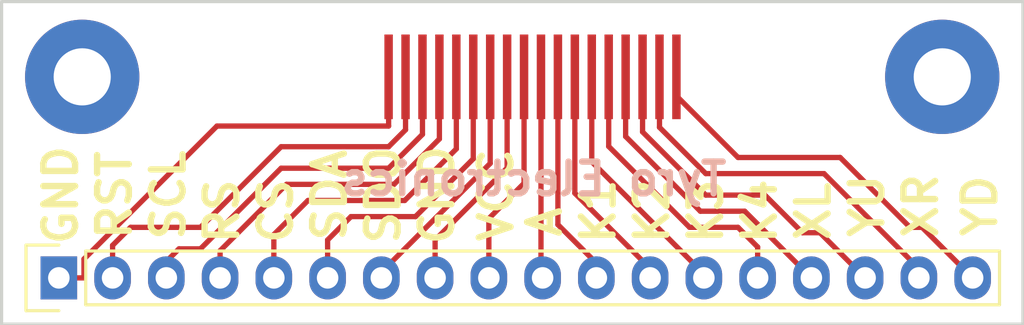
<source format=kicad_pcb>
(kicad_pcb (version 20171130) (host pcbnew "(5.1.12)-1")

  (general
    (thickness 1.6)
    (drawings 23)
    (tracks 80)
    (zones 0)
    (modules 4)
    (nets 19)
  )

  (page A4)
  (layers
    (0 F.Cu signal)
    (31 B.Cu signal)
    (32 B.Adhes user hide)
    (33 F.Adhes user)
    (34 B.Paste user)
    (35 F.Paste user hide)
    (36 B.SilkS user)
    (37 F.SilkS user)
    (38 B.Mask user)
    (39 F.Mask user)
    (40 Dwgs.User user)
    (41 Cmts.User user)
    (42 Eco1.User user)
    (43 Eco2.User user)
    (44 Edge.Cuts user)
    (45 Margin user)
    (46 B.CrtYd user)
    (47 F.CrtYd user)
    (48 B.Fab user)
    (49 F.Fab user)
  )

  (setup
    (last_trace_width 0.25)
    (trace_clearance 0.2)
    (zone_clearance 0.508)
    (zone_45_only no)
    (trace_min 0.2)
    (via_size 0.6)
    (via_drill 0.4)
    (via_min_size 0.4)
    (via_min_drill 0.3)
    (uvia_size 0.3)
    (uvia_drill 0.1)
    (uvias_allowed no)
    (uvia_min_size 0.2)
    (uvia_min_drill 0.1)
    (edge_width 0.15)
    (segment_width 0.2)
    (pcb_text_width 0.3)
    (pcb_text_size 1.5 1.5)
    (mod_edge_width 0.15)
    (mod_text_size 1 1)
    (mod_text_width 0.15)
    (pad_size 1.524 1.524)
    (pad_drill 0.762)
    (pad_to_mask_clearance 0.1)
    (aux_axis_origin 0 0)
    (visible_elements 7FFFFFFF)
    (pcbplotparams
      (layerselection 0x010f0_80000001)
      (usegerberextensions false)
      (usegerberattributes true)
      (usegerberadvancedattributes true)
      (creategerberjobfile true)
      (excludeedgelayer true)
      (linewidth 0.100000)
      (plotframeref false)
      (viasonmask false)
      (mode 1)
      (useauxorigin false)
      (hpglpennumber 1)
      (hpglpenspeed 20)
      (hpglpendiameter 15.000000)
      (psnegative false)
      (psa4output false)
      (plotreference true)
      (plotvalue true)
      (plotinvisibletext false)
      (padsonsilk false)
      (subtractmaskfromsilk false)
      (outputformat 1)
      (mirror false)
      (drillshape 0)
      (scaleselection 1)
      (outputdirectory "gerbers/"))
  )

  (net 0 "")
  (net 1 "Net-(P1-Pad1)")
  (net 2 "Net-(P1-Pad2)")
  (net 3 "Net-(P1-Pad3)")
  (net 4 "Net-(P1-Pad4)")
  (net 5 "Net-(P1-Pad5)")
  (net 6 "Net-(P1-Pad6)")
  (net 7 "Net-(P1-Pad7)")
  (net 8 "Net-(P1-Pad8)")
  (net 9 "Net-(P1-Pad9)")
  (net 10 "Net-(P1-Pad10)")
  (net 11 "Net-(P1-Pad11)")
  (net 12 "Net-(P1-Pad12)")
  (net 13 "Net-(P1-Pad13)")
  (net 14 "Net-(P1-Pad14)")
  (net 15 "Net-(P1-Pad15)")
  (net 16 "Net-(P1-Pad16)")
  (net 17 "Net-(P1-Pad17)")
  (net 18 "Net-(P1-Pad18)")

  (net_class Default "This is the default net class."
    (clearance 0.2)
    (trace_width 0.25)
    (via_dia 0.6)
    (via_drill 0.4)
    (uvia_dia 0.3)
    (uvia_drill 0.1)
    (add_net "Net-(P1-Pad1)")
    (add_net "Net-(P1-Pad10)")
    (add_net "Net-(P1-Pad11)")
    (add_net "Net-(P1-Pad12)")
    (add_net "Net-(P1-Pad13)")
    (add_net "Net-(P1-Pad14)")
    (add_net "Net-(P1-Pad15)")
    (add_net "Net-(P1-Pad16)")
    (add_net "Net-(P1-Pad17)")
    (add_net "Net-(P1-Pad18)")
    (add_net "Net-(P1-Pad2)")
    (add_net "Net-(P1-Pad3)")
    (add_net "Net-(P1-Pad4)")
    (add_net "Net-(P1-Pad5)")
    (add_net "Net-(P1-Pad6)")
    (add_net "Net-(P1-Pad7)")
    (add_net "Net-(P1-Pad8)")
    (add_net "Net-(P1-Pad9)")
  )

  (module Socket_Strips:Socket_Strip_Straight_1x18 (layer F.Cu) (tedit 58503421) (tstamp 585033DC)
    (at 148.501 105.004)
    (descr "Through hole socket strip")
    (tags "socket strip")
    (path /5850209C)
    (fp_text reference P1 (at 0 -5.1) (layer F.SilkS) hide
      (effects (font (size 1 1) (thickness 0.15)))
    )
    (fp_text value CONN_01X18 (at 0 -3.1) (layer F.Fab) hide
      (effects (font (size 1 1) (thickness 0.15)))
    )
    (fp_line (start -1.55 -1.55) (end -1.55 1.55) (layer F.SilkS) (width 0.15))
    (fp_line (start 0 -1.55) (end -1.55 -1.55) (layer F.SilkS) (width 0.15))
    (fp_line (start 1.27 1.27) (end 1.27 -1.27) (layer F.SilkS) (width 0.15))
    (fp_line (start -1.55 1.55) (end 0 1.55) (layer F.SilkS) (width 0.15))
    (fp_line (start 44.45 -1.27) (end 1.27 -1.27) (layer F.SilkS) (width 0.15))
    (fp_line (start 44.45 1.27) (end 44.45 -1.27) (layer F.SilkS) (width 0.15))
    (fp_line (start 1.27 1.27) (end 44.45 1.27) (layer F.SilkS) (width 0.15))
    (fp_line (start -1.75 1.75) (end 44.95 1.75) (layer F.CrtYd) (width 0.05))
    (fp_line (start -1.75 -1.75) (end 44.95 -1.75) (layer F.CrtYd) (width 0.05))
    (fp_line (start 44.95 -1.75) (end 44.95 1.75) (layer F.CrtYd) (width 0.05))
    (fp_line (start -1.75 -1.75) (end -1.75 1.75) (layer F.CrtYd) (width 0.05))
    (pad 1 thru_hole rect (at 0 0) (size 1.7272 2.032) (drill 1.016) (layers *.Cu *.Mask)
      (net 1 "Net-(P1-Pad1)"))
    (pad 2 thru_hole oval (at 2.54 0) (size 1.7272 2.032) (drill 1.016) (layers *.Cu *.Mask)
      (net 2 "Net-(P1-Pad2)"))
    (pad 3 thru_hole oval (at 5.08 0) (size 1.7272 2.032) (drill 1.016) (layers *.Cu *.Mask)
      (net 3 "Net-(P1-Pad3)"))
    (pad 4 thru_hole oval (at 7.62 0) (size 1.7272 2.032) (drill 1.016) (layers *.Cu *.Mask)
      (net 4 "Net-(P1-Pad4)"))
    (pad 5 thru_hole oval (at 10.16 0) (size 1.7272 2.032) (drill 1.016) (layers *.Cu *.Mask)
      (net 5 "Net-(P1-Pad5)"))
    (pad 6 thru_hole oval (at 12.7 0) (size 1.7272 2.032) (drill 1.016) (layers *.Cu *.Mask)
      (net 6 "Net-(P1-Pad6)"))
    (pad 7 thru_hole oval (at 15.24 0) (size 1.7272 2.032) (drill 1.016) (layers *.Cu *.Mask)
      (net 7 "Net-(P1-Pad7)"))
    (pad 8 thru_hole oval (at 17.78 0) (size 1.7272 2.032) (drill 1.016) (layers *.Cu *.Mask)
      (net 8 "Net-(P1-Pad8)"))
    (pad 9 thru_hole oval (at 20.32 0) (size 1.7272 2.032) (drill 1.016) (layers *.Cu *.Mask)
      (net 9 "Net-(P1-Pad9)"))
    (pad 10 thru_hole oval (at 22.86 0) (size 1.7272 2.032) (drill 1.016) (layers *.Cu *.Mask)
      (net 10 "Net-(P1-Pad10)"))
    (pad 11 thru_hole oval (at 25.4 0) (size 1.7272 2.032) (drill 1.016) (layers *.Cu *.Mask)
      (net 11 "Net-(P1-Pad11)"))
    (pad 12 thru_hole oval (at 27.94 0) (size 1.7272 2.032) (drill 1.016) (layers *.Cu *.Mask)
      (net 12 "Net-(P1-Pad12)"))
    (pad 13 thru_hole oval (at 30.48 0) (size 1.7272 2.032) (drill 1.016) (layers *.Cu *.Mask)
      (net 13 "Net-(P1-Pad13)"))
    (pad 14 thru_hole oval (at 33.02 0) (size 1.7272 2.032) (drill 1.016) (layers *.Cu *.Mask)
      (net 14 "Net-(P1-Pad14)"))
    (pad 15 thru_hole oval (at 35.56 0) (size 1.7272 2.032) (drill 1.016) (layers *.Cu *.Mask)
      (net 15 "Net-(P1-Pad15)"))
    (pad 16 thru_hole oval (at 38.1 0) (size 1.7272 2.032) (drill 1.016) (layers *.Cu *.Mask)
      (net 16 "Net-(P1-Pad16)"))
    (pad 17 thru_hole oval (at 40.64 0) (size 1.7272 2.032) (drill 1.016) (layers *.Cu *.Mask)
      (net 17 "Net-(P1-Pad17)"))
    (pad 18 thru_hole oval (at 43.18 0) (size 1.7272 2.032) (drill 1.016) (layers *.Cu *.Mask)
      (net 18 "Net-(P1-Pad18)"))
    (model Socket_Strips.3dshapes/Socket_Strip_Straight_1x18.wrl
      (offset (xyz 21.58999967575073 0 0))
      (scale (xyz 1 1 1))
      (rotate (xyz 0 0 180))
    )
  )

  (module components:18p-ili9341 (layer F.Cu) (tedit 5850342A) (tstamp 585033F2)
    (at 164.084 95.504)
    (path /585025AA)
    (fp_text reference U1 (at 7.75 3.25) (layer F.SilkS) hide
      (effects (font (size 1 1) (thickness 0.15)))
    )
    (fp_text value ili9341-18p (at 7.25 -3.75) (layer F.Fab) hide
      (effects (font (size 1 1) (thickness 0.15)))
    )
    (pad 1 smd rect (at 0 0) (size 0.4 4) (layers F.Cu F.Paste F.Mask)
      (net 1 "Net-(P1-Pad1)"))
    (pad 2 smd rect (at 0.8 0) (size 0.4 4) (layers F.Cu F.Paste F.Mask)
      (net 2 "Net-(P1-Pad2)"))
    (pad 3 smd rect (at 1.6 0) (size 0.4 4) (layers F.Cu F.Paste F.Mask)
      (net 3 "Net-(P1-Pad3)"))
    (pad 4 smd rect (at 2.4 0) (size 0.4 4) (layers F.Cu F.Paste F.Mask)
      (net 4 "Net-(P1-Pad4)"))
    (pad 5 smd rect (at 3.2 0) (size 0.4 4) (layers F.Cu F.Paste F.Mask)
      (net 5 "Net-(P1-Pad5)"))
    (pad 6 smd rect (at 4 0) (size 0.4 4) (layers F.Cu F.Paste F.Mask)
      (net 6 "Net-(P1-Pad6)"))
    (pad 7 smd rect (at 4.8 0) (size 0.4 4) (layers F.Cu F.Paste F.Mask)
      (net 7 "Net-(P1-Pad7)"))
    (pad 8 smd rect (at 5.6 0) (size 0.4 4) (layers F.Cu F.Paste F.Mask)
      (net 8 "Net-(P1-Pad8)"))
    (pad 9 smd rect (at 6.4 0) (size 0.4 4) (layers F.Cu F.Paste F.Mask)
      (net 9 "Net-(P1-Pad9)"))
    (pad 10 smd rect (at 7.2 0) (size 0.4 4) (layers F.Cu F.Paste F.Mask)
      (net 10 "Net-(P1-Pad10)"))
    (pad 11 smd rect (at 8 0) (size 0.4 4) (layers F.Cu F.Paste F.Mask)
      (net 11 "Net-(P1-Pad11)"))
    (pad 12 smd rect (at 8.8 0) (size 0.4 4) (layers F.Cu F.Paste F.Mask)
      (net 12 "Net-(P1-Pad12)"))
    (pad 13 smd rect (at 9.6 0) (size 0.4 4) (layers F.Cu F.Paste F.Mask)
      (net 13 "Net-(P1-Pad13)"))
    (pad 14 smd rect (at 10.4 0) (size 0.4 4) (layers F.Cu F.Paste F.Mask)
      (net 14 "Net-(P1-Pad14)"))
    (pad 15 smd rect (at 11.2 0) (size 0.4 4) (layers F.Cu F.Paste F.Mask)
      (net 15 "Net-(P1-Pad15)"))
    (pad 16 smd rect (at 12 0) (size 0.4 4) (layers F.Cu F.Paste F.Mask)
      (net 16 "Net-(P1-Pad16)"))
    (pad 17 smd rect (at 12.8 0) (size 0.4 4) (layers F.Cu F.Paste F.Mask)
      (net 17 "Net-(P1-Pad17)"))
    (pad 18 smd rect (at 13.6 0) (size 0.4 4) (layers F.Cu F.Paste F.Mask)
      (net 18 "Net-(P1-Pad18)"))
  )

  (module Mounting_Holes:MountingHole_2.7mm_M2.5_Pad (layer F.Cu) (tedit 58503A80) (tstamp 58503A19)
    (at 149.606 95.504)
    (descr "Mounting Hole 2.7mm, M2.5")
    (tags "mounting hole 2.7mm m2.5")
    (fp_text reference REF**_2 (at 0 -3.7) (layer F.SilkS) hide
      (effects (font (size 1 1) (thickness 0.15)))
    )
    (fp_text value MountingHole_2.7mm_M2.5_Pad (at 0 3.7) (layer F.Fab) hide
      (effects (font (size 1 1) (thickness 0.15)))
    )
    (fp_circle (center 0 0) (end 2.95 0) (layer F.CrtYd) (width 0.05))
    (fp_circle (center 0 0) (end 2.7 0) (layer Cmts.User) (width 0.15))
    (pad 1 thru_hole circle (at 0 0) (size 5.4 5.4) (drill 2.7) (layers *.Cu *.Mask))
  )

  (module Mounting_Holes:MountingHole_2.7mm_M2.5_Pad (layer F.Cu) (tedit 58503A8C) (tstamp 58503A2E)
    (at 190.246 95.504)
    (descr "Mounting Hole 2.7mm, M2.5")
    (tags "mounting hole 2.7mm m2.5")
    (fp_text reference REF** (at 0 -3.7) (layer F.SilkS) hide
      (effects (font (size 1 1) (thickness 0.15)))
    )
    (fp_text value MountingHole_2.7mm_M2.5_Pad (at 0 3.7) (layer F.Fab) hide
      (effects (font (size 1 1) (thickness 0.15)))
    )
    (fp_circle (center 0 0) (end 2.95 0) (layer F.CrtYd) (width 0.05))
    (fp_circle (center 0 0) (end 2.7 0) (layer Cmts.User) (width 0.15))
    (pad 1 thru_hole circle (at 0 0) (size 5.4 5.4) (drill 2.7) (layers *.Cu *.Mask))
  )

  (gr_text "Tyro Electronics" (at 170.942 100.33) (layer B.SilkS)
    (effects (font (size 1.5 1.5) (thickness 0.3)) (justify mirror))
  )
  (gr_text YD (at 192.024 101.6 90) (layer F.SilkS)
    (effects (font (size 1.5 1.5) (thickness 0.3)))
  )
  (gr_text "XR\n" (at 189.23 101.6 90) (layer F.SilkS)
    (effects (font (size 1.5 1.5) (thickness 0.3)))
  )
  (gr_text YU (at 186.69 101.6 90) (layer F.SilkS)
    (effects (font (size 1.5 1.5) (thickness 0.3)))
  )
  (gr_text XL (at 184.15 101.854 90) (layer F.SilkS)
    (effects (font (size 1.5 1.5) (thickness 0.3)))
  )
  (gr_text "K4\n" (at 181.61 101.854 90) (layer F.SilkS)
    (effects (font (size 1.5 1.5) (thickness 0.3)))
  )
  (gr_text K3 (at 179.07 101.854 90) (layer F.SilkS)
    (effects (font (size 1.5 1.5) (thickness 0.3)))
  )
  (gr_text "K2\n" (at 176.53 101.854 90) (layer F.SilkS)
    (effects (font (size 1.5 1.5) (thickness 0.3)))
  )
  (gr_text K1 (at 173.99 101.854 90) (layer F.SilkS)
    (effects (font (size 1.5 1.5) (thickness 0.3)))
  )
  (gr_text A (at 171.45 102.362 90) (layer F.SilkS)
    (effects (font (size 1.5 1.5) (thickness 0.3)))
  )
  (gr_text VCC (at 169.164 101.092 90) (layer F.SilkS)
    (effects (font (size 1.5 1.5) (thickness 0.3)))
  )
  (gr_text "GND\n" (at 166.37 101.092 90) (layer F.SilkS)
    (effects (font (size 1.5 1.5) (thickness 0.3)))
  )
  (gr_text "SDO\n" (at 163.83 101.092 90) (layer F.SilkS)
    (effects (font (size 1.5 1.5) (thickness 0.3)))
  )
  (gr_text SDA (at 161.29 101.092 90) (layer F.SilkS)
    (effects (font (size 1.5 1.5) (thickness 0.3)))
  )
  (gr_text CS (at 158.75 101.854 90) (layer F.SilkS)
    (effects (font (size 1.5 1.5) (thickness 0.3)))
  )
  (gr_text RS (at 156.21 101.854 90) (layer F.SilkS)
    (effects (font (size 1.5 1.5) (thickness 0.3)))
  )
  (gr_text SCL (at 153.67 101.092 90) (layer F.SilkS)
    (effects (font (size 1.5 1.5) (thickness 0.3)))
  )
  (gr_text RST (at 151.13 101.092 90) (layer F.SilkS)
    (effects (font (size 1.5 1.5) (thickness 0.3)))
  )
  (gr_text GND (at 148.59 101.092 90) (layer F.SilkS)
    (effects (font (size 1.5 1.5) (thickness 0.3)))
  )
  (gr_line (start 145.796 107.188) (end 194.056 107.188) (angle 90) (layer Edge.Cuts) (width 0.15))
  (gr_line (start 145.796 91.948) (end 145.796 107.188) (angle 90) (layer Edge.Cuts) (width 0.15))
  (gr_line (start 194.056 91.948) (end 145.796 91.948) (angle 90) (layer Edge.Cuts) (width 0.15))
  (gr_line (start 194.056 107.188) (end 194.056 91.948) (angle 90) (layer Edge.Cuts) (width 0.15))

  (segment (start 148.501 105.004) (end 149.6897 105.004) (width 0.25) (layer F.Cu) (net 1))
  (segment (start 164.084 95.504) (end 164.084 97.8291) (width 0.25) (layer F.Cu) (net 1))
  (segment (start 164.084 97.8291) (end 155.9731 97.8291) (width 0.25) (layer F.Cu) (net 1))
  (segment (start 155.9731 97.8291) (end 149.6897 104.1125) (width 0.25) (layer F.Cu) (net 1))
  (segment (start 149.6897 104.1125) (end 149.6897 105.004) (width 0.25) (layer F.Cu) (net 1))
  (segment (start 164.884 95.504) (end 164.884 98.006) (width 0.25) (layer F.Cu) (net 2))
  (segment (start 164.884 98.006) (end 164.084 98.806) (width 0.25) (layer F.Cu) (net 2))
  (segment (start 164.084 98.806) (end 159.004 98.806) (width 0.25) (layer F.Cu) (net 2))
  (segment (start 159.004 98.806) (end 155.194 102.616) (width 0.25) (layer F.Cu) (net 2))
  (segment (start 155.194 102.616) (end 151.892 102.616) (width 0.25) (layer F.Cu) (net 2))
  (segment (start 151.892 102.616) (end 151.041 103.467) (width 0.25) (layer F.Cu) (net 2))
  (segment (start 151.041 103.467) (end 151.041 105.004) (width 0.25) (layer F.Cu) (net 2))
  (segment (start 165.684 95.504) (end 165.684 98.222) (width 0.25) (layer F.Cu) (net 3))
  (segment (start 165.684 98.222) (end 164.084 99.822) (width 0.25) (layer F.Cu) (net 3))
  (segment (start 164.084 99.822) (end 159.004 99.822) (width 0.25) (layer F.Cu) (net 3))
  (segment (start 159.004 99.822) (end 155.194 103.632) (width 0.25) (layer F.Cu) (net 3))
  (segment (start 155.194 103.632) (end 154.178 103.632) (width 0.25) (layer F.Cu) (net 3))
  (segment (start 154.178 103.632) (end 153.581 104.229) (width 0.25) (layer F.Cu) (net 3))
  (segment (start 153.581 104.229) (end 153.581 105.004) (width 0.25) (layer F.Cu) (net 3))
  (segment (start 166.484 95.504) (end 166.484 98.438) (width 0.25) (layer F.Cu) (net 4))
  (segment (start 166.484 98.438) (end 164.338 100.584) (width 0.25) (layer F.Cu) (net 4))
  (segment (start 164.338 100.584) (end 159.258 100.584) (width 0.25) (layer F.Cu) (net 4))
  (segment (start 159.258 100.584) (end 156.121 103.721) (width 0.25) (layer F.Cu) (net 4))
  (segment (start 156.121 103.721) (end 156.121 105.004) (width 0.25) (layer F.Cu) (net 4))
  (segment (start 167.284 95.504) (end 167.284 98.908) (width 0.25) (layer F.Cu) (net 5))
  (segment (start 167.284 98.908) (end 164.846 101.346) (width 0.25) (layer F.Cu) (net 5))
  (segment (start 164.846 101.346) (end 160.274 101.346) (width 0.25) (layer F.Cu) (net 5))
  (segment (start 160.274 101.346) (end 158.661 102.959) (width 0.25) (layer F.Cu) (net 5))
  (segment (start 158.661 102.959) (end 158.661 105.004) (width 0.25) (layer F.Cu) (net 5))
  (segment (start 168.084 95.504) (end 168.084 99.378) (width 0.25) (layer F.Cu) (net 6))
  (segment (start 168.084 99.378) (end 165.354 102.108) (width 0.25) (layer F.Cu) (net 6))
  (segment (start 165.354 102.108) (end 162.306 102.108) (width 0.25) (layer F.Cu) (net 6))
  (segment (start 162.306 102.108) (end 161.201 103.213) (width 0.25) (layer F.Cu) (net 6))
  (segment (start 161.201 103.213) (end 161.201 105.004) (width 0.25) (layer F.Cu) (net 6))
  (segment (start 168.884 95.504) (end 168.884 99.594) (width 0.25) (layer F.Cu) (net 7))
  (segment (start 168.884 99.594) (end 163.741 104.737) (width 0.25) (layer F.Cu) (net 7))
  (segment (start 163.741 104.737) (end 163.741 105.004) (width 0.25) (layer F.Cu) (net 7))
  (segment (start 169.684 95.504) (end 169.684 99.81) (width 0.25) (layer F.Cu) (net 8))
  (segment (start 169.684 99.81) (end 166.281 103.213) (width 0.25) (layer F.Cu) (net 8))
  (segment (start 166.281 103.213) (end 166.281 105.004) (width 0.25) (layer F.Cu) (net 8))
  (segment (start 170.484 95.504) (end 170.484 100.534) (width 0.25) (layer F.Cu) (net 9))
  (segment (start 170.484 100.534) (end 168.821 102.197) (width 0.25) (layer F.Cu) (net 9))
  (segment (start 168.821 102.197) (end 168.821 105.004) (width 0.25) (layer F.Cu) (net 9))
  (segment (start 171.284 95.504) (end 171.284 104.926) (width 0.25) (layer F.Cu) (net 10))
  (segment (start 171.284 104.926) (end 171.361 105.004) (width 0.25) (layer F.Cu) (net 10))
  (segment (start 172.084 95.504) (end 172.084 102.488) (width 0.25) (layer F.Cu) (net 11))
  (segment (start 172.084 102.488) (end 173.901 104.305) (width 0.25) (layer F.Cu) (net 11))
  (segment (start 173.901 104.305) (end 173.901 105.004) (width 0.25) (layer F.Cu) (net 11))
  (segment (start 172.884 95.504) (end 172.884 101.002) (width 0.25) (layer F.Cu) (net 12))
  (segment (start 172.884 101.002) (end 176.441 104.559) (width 0.25) (layer F.Cu) (net 12))
  (segment (start 176.441 104.559) (end 176.441 105.004) (width 0.25) (layer F.Cu) (net 12))
  (segment (start 173.684 95.504) (end 173.684 99.516) (width 0.25) (layer F.Cu) (net 13))
  (segment (start 173.684 99.516) (end 178.981 104.813) (width 0.25) (layer F.Cu) (net 13))
  (segment (start 178.981 104.813) (end 178.981 105.004) (width 0.25) (layer F.Cu) (net 13))
  (segment (start 174.484 95.504) (end 174.484 98.792) (width 0.25) (layer F.Cu) (net 14))
  (segment (start 174.484 98.792) (end 178.308 102.616) (width 0.25) (layer F.Cu) (net 14))
  (segment (start 178.308 102.616) (end 180.594 102.616) (width 0.25) (layer F.Cu) (net 14))
  (segment (start 180.594 102.616) (end 181.521 103.543) (width 0.25) (layer F.Cu) (net 14))
  (segment (start 181.521 103.543) (end 181.521 105.004) (width 0.25) (layer F.Cu) (net 14))
  (segment (start 175.284 95.504) (end 175.284 98.322) (width 0.25) (layer F.Cu) (net 15))
  (segment (start 175.284 98.322) (end 178.816 101.854) (width 0.25) (layer F.Cu) (net 15))
  (segment (start 178.816 101.854) (end 180.912 101.854) (width 0.25) (layer F.Cu) (net 15))
  (segment (start 180.912 101.854) (end 184.061 105.004) (width 0.25) (layer F.Cu) (net 15))
  (segment (start 176.084 95.504) (end 176.084 98.106) (width 0.25) (layer F.Cu) (net 16))
  (segment (start 176.084 98.106) (end 179.07 101.092) (width 0.25) (layer F.Cu) (net 16))
  (segment (start 179.07 101.092) (end 181.864 101.092) (width 0.25) (layer F.Cu) (net 16))
  (segment (start 181.864 101.092) (end 183.642 102.87) (width 0.25) (layer F.Cu) (net 16))
  (segment (start 183.642 102.87) (end 184.468 102.87) (width 0.25) (layer F.Cu) (net 16))
  (segment (start 184.468 102.87) (end 186.601 105.004) (width 0.25) (layer F.Cu) (net 16))
  (segment (start 176.884 95.504) (end 176.884 97.89) (width 0.25) (layer F.Cu) (net 17))
  (segment (start 176.884 97.89) (end 179.07 100.076) (width 0.25) (layer F.Cu) (net 17))
  (segment (start 179.07 100.076) (end 184.658 100.076) (width 0.25) (layer F.Cu) (net 17))
  (segment (start 184.658 100.076) (end 189.141 104.559) (width 0.25) (layer F.Cu) (net 17))
  (segment (start 189.141 104.559) (end 189.141 105.004) (width 0.25) (layer F.Cu) (net 17))
  (segment (start 177.684 95.504) (end 177.684 96.404) (width 0.25) (layer F.Cu) (net 18))
  (segment (start 177.684 96.404) (end 180.594 99.314) (width 0.25) (layer F.Cu) (net 18))
  (segment (start 180.594 99.314) (end 185.42 99.314) (width 0.25) (layer F.Cu) (net 18))
  (segment (start 185.42 99.314) (end 188.722 102.616) (width 0.25) (layer F.Cu) (net 18))
  (segment (start 188.722 102.616) (end 189.294 102.616) (width 0.25) (layer F.Cu) (net 18))
  (segment (start 189.294 102.616) (end 191.681 105.004) (width 0.25) (layer F.Cu) (net 18))

)

</source>
